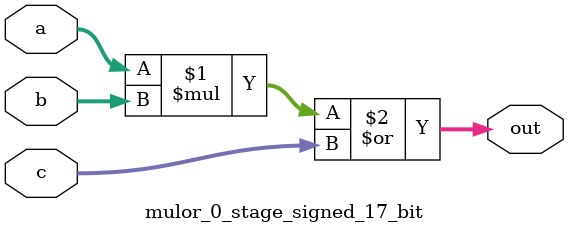
<source format=sv>
(* use_dsp = "yes" *) module mulor_0_stage_signed_17_bit(
	input signed [16:0] a,
	input signed [16:0] b,
	input signed [16:0] c,
	output [16:0] out
	);

	assign out = (a * b) | c;
endmodule

</source>
